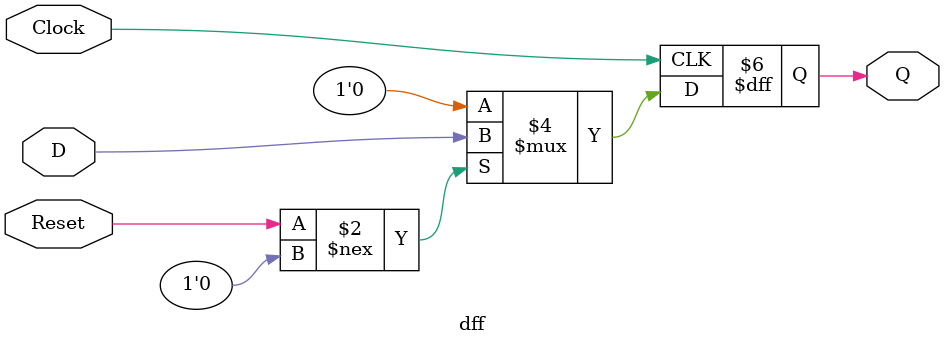
<source format=v>
`timescale 1ns / 1ps
module dff(D, Q, Clock, Reset);
    input D;
    output Q;
    input Clock;
    input Reset;
	 parameter CARDINALITY = 1;
	 reg [CARDINALITY-1:0] Q;
	 wire [CARDINALITY-1:0] D;
always @(posedge Clock) 
if (Reset !== 0) #1 Q = D;
else 
Q = 0;
endmodule

</source>
